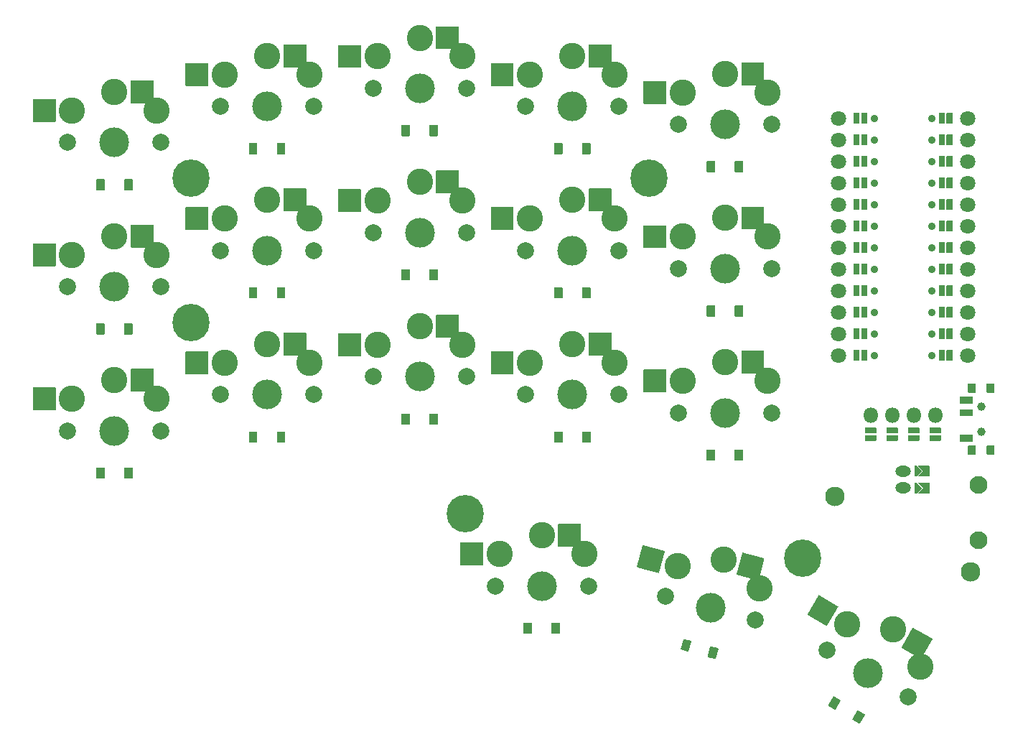
<source format=gts>
G04 #@! TF.GenerationSoftware,KiCad,Pcbnew,8.0.6+1*
G04 #@! TF.CreationDate,2024-11-30T16:17:57+00:00*
G04 #@! TF.ProjectId,corney_island_wireless_autorouted,636f726e-6579-45f6-9973-6c616e645f77,0.2*
G04 #@! TF.SameCoordinates,Original*
G04 #@! TF.FileFunction,Soldermask,Top*
G04 #@! TF.FilePolarity,Negative*
%FSLAX46Y46*%
G04 Gerber Fmt 4.6, Leading zero omitted, Abs format (unit mm)*
G04 Created by KiCad (PCBNEW 8.0.6+1) date 2024-11-30 16:17:57*
%MOMM*%
%LPD*%
G01*
G04 APERTURE LIST*
%ADD10C,2.100000*%
%ADD11C,4.400000*%
%ADD12C,2.000000*%
%ADD13C,3.100000*%
%ADD14C,3.500000*%
%ADD15C,1.800000*%
%ADD16C,0.900000*%
%ADD17C,1.000000*%
%ADD18C,2.300000*%
%ADD19O,1.850000X1.300000*%
%ADD20O,1.800000X1.800000*%
G04 APERTURE END LIST*
D10*
X201900000Y-106375000D03*
X201900000Y-112875000D03*
G36*
G01*
X138150000Y-64025000D02*
X138150000Y-65225000D01*
G75*
G02*
X138100000Y-65275000I-50000J0D01*
G01*
X137200000Y-65275000D01*
G75*
G02*
X137150000Y-65225000I0J50000D01*
G01*
X137150000Y-64025000D01*
G75*
G02*
X137200000Y-63975000I50000J0D01*
G01*
X138100000Y-63975000D01*
G75*
G02*
X138150000Y-64025000I0J-50000D01*
G01*
G37*
G36*
G01*
X134850000Y-64025000D02*
X134850000Y-65225000D01*
G75*
G02*
X134800000Y-65275000I-50000J0D01*
G01*
X133900000Y-65275000D01*
G75*
G02*
X133850000Y-65225000I0J50000D01*
G01*
X133850000Y-64025000D01*
G75*
G02*
X133900000Y-63975000I50000J0D01*
G01*
X134800000Y-63975000D01*
G75*
G02*
X134850000Y-64025000I0J-50000D01*
G01*
G37*
D11*
X109000000Y-87250000D03*
D12*
X148500000Y-78750000D03*
D13*
X149000000Y-75000000D03*
X154000000Y-72800000D03*
D14*
X154000000Y-78750000D03*
D12*
X159500000Y-78750000D03*
G36*
G01*
X155925000Y-74100000D02*
X155925000Y-71500000D01*
G75*
G02*
X155975000Y-71450000I50000J0D01*
G01*
X158575000Y-71450000D01*
G75*
G02*
X158625000Y-71500000I0J-50000D01*
G01*
X158625000Y-74100000D01*
G75*
G02*
X158575000Y-74150000I-50000J0D01*
G01*
X155975000Y-74150000D01*
G75*
G02*
X155925000Y-74100000I0J50000D01*
G01*
G37*
G36*
G01*
X144375000Y-76300000D02*
X144375000Y-73700000D01*
G75*
G02*
X144425000Y-73650000I50000J0D01*
G01*
X147025000Y-73650000D01*
G75*
G02*
X147075000Y-73700000I0J-50000D01*
G01*
X147075000Y-76300000D01*
G75*
G02*
X147025000Y-76350000I-50000J0D01*
G01*
X144425000Y-76350000D01*
G75*
G02*
X144375000Y-76300000I0J50000D01*
G01*
G37*
X130500000Y-93625000D03*
D13*
X131000000Y-89875000D03*
X136000000Y-87675000D03*
D14*
X136000000Y-93625000D03*
D12*
X141500000Y-93625000D03*
G36*
G01*
X137925000Y-88975000D02*
X137925000Y-86375000D01*
G75*
G02*
X137975000Y-86325000I50000J0D01*
G01*
X140575000Y-86325000D01*
G75*
G02*
X140625000Y-86375000I0J-50000D01*
G01*
X140625000Y-88975000D01*
G75*
G02*
X140575000Y-89025000I-50000J0D01*
G01*
X137975000Y-89025000D01*
G75*
G02*
X137925000Y-88975000I0J50000D01*
G01*
G37*
G36*
G01*
X126375000Y-91175000D02*
X126375000Y-88575000D01*
G75*
G02*
X126425000Y-88525000I50000J0D01*
G01*
X129025000Y-88525000D01*
G75*
G02*
X129075000Y-88575000I0J-50000D01*
G01*
X129075000Y-91175000D01*
G75*
G02*
X129025000Y-91225000I-50000J0D01*
G01*
X126425000Y-91225000D01*
G75*
G02*
X126375000Y-91175000I0J50000D01*
G01*
G37*
D15*
X200620000Y-63170000D03*
X200620000Y-65710000D03*
X200620000Y-68250000D03*
X200620000Y-70790000D03*
X200620000Y-73330000D03*
X200620000Y-75870000D03*
X200620000Y-78410000D03*
X200620000Y-80950000D03*
X200620000Y-83490000D03*
X200620000Y-86030000D03*
X200620000Y-88570000D03*
X200620000Y-91110000D03*
X185380000Y-91110000D03*
G36*
G01*
X187170000Y-91710000D02*
X187170000Y-90510000D01*
G75*
G02*
X187220000Y-90460000I50000J0D01*
G01*
X187820000Y-90460000D01*
G75*
G02*
X187870000Y-90510000I0J-50000D01*
G01*
X187870000Y-91710000D01*
G75*
G02*
X187820000Y-91760000I-50000J0D01*
G01*
X187220000Y-91760000D01*
G75*
G02*
X187170000Y-91710000I0J50000D01*
G01*
G37*
G36*
G01*
X198130000Y-91710000D02*
X198130000Y-90510000D01*
G75*
G02*
X198180000Y-90460000I50000J0D01*
G01*
X198780000Y-90460000D01*
G75*
G02*
X198830000Y-90510000I0J-50000D01*
G01*
X198830000Y-91710000D01*
G75*
G02*
X198780000Y-91760000I-50000J0D01*
G01*
X198180000Y-91760000D01*
G75*
G02*
X198130000Y-91710000I0J50000D01*
G01*
G37*
X185380000Y-88570000D03*
G36*
G01*
X187170000Y-89170000D02*
X187170000Y-87970000D01*
G75*
G02*
X187220000Y-87920000I50000J0D01*
G01*
X187820000Y-87920000D01*
G75*
G02*
X187870000Y-87970000I0J-50000D01*
G01*
X187870000Y-89170000D01*
G75*
G02*
X187820000Y-89220000I-50000J0D01*
G01*
X187220000Y-89220000D01*
G75*
G02*
X187170000Y-89170000I0J50000D01*
G01*
G37*
G36*
G01*
X198130000Y-89170000D02*
X198130000Y-87970000D01*
G75*
G02*
X198180000Y-87920000I50000J0D01*
G01*
X198780000Y-87920000D01*
G75*
G02*
X198830000Y-87970000I0J-50000D01*
G01*
X198830000Y-89170000D01*
G75*
G02*
X198780000Y-89220000I-50000J0D01*
G01*
X198180000Y-89220000D01*
G75*
G02*
X198130000Y-89170000I0J50000D01*
G01*
G37*
X185380000Y-86030000D03*
G36*
G01*
X187170000Y-86630000D02*
X187170000Y-85430000D01*
G75*
G02*
X187220000Y-85380000I50000J0D01*
G01*
X187820000Y-85380000D01*
G75*
G02*
X187870000Y-85430000I0J-50000D01*
G01*
X187870000Y-86630000D01*
G75*
G02*
X187820000Y-86680000I-50000J0D01*
G01*
X187220000Y-86680000D01*
G75*
G02*
X187170000Y-86630000I0J50000D01*
G01*
G37*
G36*
G01*
X198130000Y-86630000D02*
X198130000Y-85430000D01*
G75*
G02*
X198180000Y-85380000I50000J0D01*
G01*
X198780000Y-85380000D01*
G75*
G02*
X198830000Y-85430000I0J-50000D01*
G01*
X198830000Y-86630000D01*
G75*
G02*
X198780000Y-86680000I-50000J0D01*
G01*
X198180000Y-86680000D01*
G75*
G02*
X198130000Y-86630000I0J50000D01*
G01*
G37*
X185380000Y-83490000D03*
G36*
G01*
X187170000Y-84090000D02*
X187170000Y-82890000D01*
G75*
G02*
X187220000Y-82840000I50000J0D01*
G01*
X187820000Y-82840000D01*
G75*
G02*
X187870000Y-82890000I0J-50000D01*
G01*
X187870000Y-84090000D01*
G75*
G02*
X187820000Y-84140000I-50000J0D01*
G01*
X187220000Y-84140000D01*
G75*
G02*
X187170000Y-84090000I0J50000D01*
G01*
G37*
G36*
G01*
X198130000Y-84090000D02*
X198130000Y-82890000D01*
G75*
G02*
X198180000Y-82840000I50000J0D01*
G01*
X198780000Y-82840000D01*
G75*
G02*
X198830000Y-82890000I0J-50000D01*
G01*
X198830000Y-84090000D01*
G75*
G02*
X198780000Y-84140000I-50000J0D01*
G01*
X198180000Y-84140000D01*
G75*
G02*
X198130000Y-84090000I0J50000D01*
G01*
G37*
X185380000Y-80950000D03*
G36*
G01*
X187170000Y-81550000D02*
X187170000Y-80350000D01*
G75*
G02*
X187220000Y-80300000I50000J0D01*
G01*
X187820000Y-80300000D01*
G75*
G02*
X187870000Y-80350000I0J-50000D01*
G01*
X187870000Y-81550000D01*
G75*
G02*
X187820000Y-81600000I-50000J0D01*
G01*
X187220000Y-81600000D01*
G75*
G02*
X187170000Y-81550000I0J50000D01*
G01*
G37*
G36*
G01*
X198130000Y-81550000D02*
X198130000Y-80350000D01*
G75*
G02*
X198180000Y-80300000I50000J0D01*
G01*
X198780000Y-80300000D01*
G75*
G02*
X198830000Y-80350000I0J-50000D01*
G01*
X198830000Y-81550000D01*
G75*
G02*
X198780000Y-81600000I-50000J0D01*
G01*
X198180000Y-81600000D01*
G75*
G02*
X198130000Y-81550000I0J50000D01*
G01*
G37*
X185380000Y-78410000D03*
G36*
G01*
X187170000Y-79010000D02*
X187170000Y-77810000D01*
G75*
G02*
X187220000Y-77760000I50000J0D01*
G01*
X187820000Y-77760000D01*
G75*
G02*
X187870000Y-77810000I0J-50000D01*
G01*
X187870000Y-79010000D01*
G75*
G02*
X187820000Y-79060000I-50000J0D01*
G01*
X187220000Y-79060000D01*
G75*
G02*
X187170000Y-79010000I0J50000D01*
G01*
G37*
G36*
G01*
X198130000Y-79010000D02*
X198130000Y-77810000D01*
G75*
G02*
X198180000Y-77760000I50000J0D01*
G01*
X198780000Y-77760000D01*
G75*
G02*
X198830000Y-77810000I0J-50000D01*
G01*
X198830000Y-79010000D01*
G75*
G02*
X198780000Y-79060000I-50000J0D01*
G01*
X198180000Y-79060000D01*
G75*
G02*
X198130000Y-79010000I0J50000D01*
G01*
G37*
X185380000Y-75870000D03*
G36*
G01*
X187170000Y-76470000D02*
X187170000Y-75270000D01*
G75*
G02*
X187220000Y-75220000I50000J0D01*
G01*
X187820000Y-75220000D01*
G75*
G02*
X187870000Y-75270000I0J-50000D01*
G01*
X187870000Y-76470000D01*
G75*
G02*
X187820000Y-76520000I-50000J0D01*
G01*
X187220000Y-76520000D01*
G75*
G02*
X187170000Y-76470000I0J50000D01*
G01*
G37*
G36*
G01*
X198130000Y-76470000D02*
X198130000Y-75270000D01*
G75*
G02*
X198180000Y-75220000I50000J0D01*
G01*
X198780000Y-75220000D01*
G75*
G02*
X198830000Y-75270000I0J-50000D01*
G01*
X198830000Y-76470000D01*
G75*
G02*
X198780000Y-76520000I-50000J0D01*
G01*
X198180000Y-76520000D01*
G75*
G02*
X198130000Y-76470000I0J50000D01*
G01*
G37*
X185380000Y-73330000D03*
G36*
G01*
X187170000Y-73930000D02*
X187170000Y-72730000D01*
G75*
G02*
X187220000Y-72680000I50000J0D01*
G01*
X187820000Y-72680000D01*
G75*
G02*
X187870000Y-72730000I0J-50000D01*
G01*
X187870000Y-73930000D01*
G75*
G02*
X187820000Y-73980000I-50000J0D01*
G01*
X187220000Y-73980000D01*
G75*
G02*
X187170000Y-73930000I0J50000D01*
G01*
G37*
G36*
G01*
X198130000Y-73930000D02*
X198130000Y-72730000D01*
G75*
G02*
X198180000Y-72680000I50000J0D01*
G01*
X198780000Y-72680000D01*
G75*
G02*
X198830000Y-72730000I0J-50000D01*
G01*
X198830000Y-73930000D01*
G75*
G02*
X198780000Y-73980000I-50000J0D01*
G01*
X198180000Y-73980000D01*
G75*
G02*
X198130000Y-73930000I0J50000D01*
G01*
G37*
X185380000Y-70790000D03*
G36*
G01*
X187170000Y-71390000D02*
X187170000Y-70190000D01*
G75*
G02*
X187220000Y-70140000I50000J0D01*
G01*
X187820000Y-70140000D01*
G75*
G02*
X187870000Y-70190000I0J-50000D01*
G01*
X187870000Y-71390000D01*
G75*
G02*
X187820000Y-71440000I-50000J0D01*
G01*
X187220000Y-71440000D01*
G75*
G02*
X187170000Y-71390000I0J50000D01*
G01*
G37*
G36*
G01*
X198130000Y-71390000D02*
X198130000Y-70190000D01*
G75*
G02*
X198180000Y-70140000I50000J0D01*
G01*
X198780000Y-70140000D01*
G75*
G02*
X198830000Y-70190000I0J-50000D01*
G01*
X198830000Y-71390000D01*
G75*
G02*
X198780000Y-71440000I-50000J0D01*
G01*
X198180000Y-71440000D01*
G75*
G02*
X198130000Y-71390000I0J50000D01*
G01*
G37*
X185380000Y-68250000D03*
G36*
G01*
X187170000Y-68850000D02*
X187170000Y-67650000D01*
G75*
G02*
X187220000Y-67600000I50000J0D01*
G01*
X187820000Y-67600000D01*
G75*
G02*
X187870000Y-67650000I0J-50000D01*
G01*
X187870000Y-68850000D01*
G75*
G02*
X187820000Y-68900000I-50000J0D01*
G01*
X187220000Y-68900000D01*
G75*
G02*
X187170000Y-68850000I0J50000D01*
G01*
G37*
G36*
G01*
X198130000Y-68850000D02*
X198130000Y-67650000D01*
G75*
G02*
X198180000Y-67600000I50000J0D01*
G01*
X198780000Y-67600000D01*
G75*
G02*
X198830000Y-67650000I0J-50000D01*
G01*
X198830000Y-68850000D01*
G75*
G02*
X198780000Y-68900000I-50000J0D01*
G01*
X198180000Y-68900000D01*
G75*
G02*
X198130000Y-68850000I0J50000D01*
G01*
G37*
X185380000Y-65710000D03*
G36*
G01*
X187170000Y-66310000D02*
X187170000Y-65110000D01*
G75*
G02*
X187220000Y-65060000I50000J0D01*
G01*
X187820000Y-65060000D01*
G75*
G02*
X187870000Y-65110000I0J-50000D01*
G01*
X187870000Y-66310000D01*
G75*
G02*
X187820000Y-66360000I-50000J0D01*
G01*
X187220000Y-66360000D01*
G75*
G02*
X187170000Y-66310000I0J50000D01*
G01*
G37*
G36*
G01*
X198130000Y-66310000D02*
X198130000Y-65110000D01*
G75*
G02*
X198180000Y-65060000I50000J0D01*
G01*
X198780000Y-65060000D01*
G75*
G02*
X198830000Y-65110000I0J-50000D01*
G01*
X198830000Y-66310000D01*
G75*
G02*
X198780000Y-66360000I-50000J0D01*
G01*
X198180000Y-66360000D01*
G75*
G02*
X198130000Y-66310000I0J50000D01*
G01*
G37*
X185380000Y-63170000D03*
G36*
G01*
X187170000Y-63770000D02*
X187170000Y-62570000D01*
G75*
G02*
X187220000Y-62520000I50000J0D01*
G01*
X187820000Y-62520000D01*
G75*
G02*
X187870000Y-62570000I0J-50000D01*
G01*
X187870000Y-63770000D01*
G75*
G02*
X187820000Y-63820000I-50000J0D01*
G01*
X187220000Y-63820000D01*
G75*
G02*
X187170000Y-63770000I0J50000D01*
G01*
G37*
G36*
G01*
X198130000Y-63770000D02*
X198130000Y-62570000D01*
G75*
G02*
X198180000Y-62520000I50000J0D01*
G01*
X198780000Y-62520000D01*
G75*
G02*
X198830000Y-62570000I0J-50000D01*
G01*
X198830000Y-63770000D01*
G75*
G02*
X198780000Y-63820000I-50000J0D01*
G01*
X198180000Y-63820000D01*
G75*
G02*
X198130000Y-63770000I0J50000D01*
G01*
G37*
D16*
X196400000Y-63170000D03*
G36*
G01*
X197230000Y-63770000D02*
X197230000Y-62570000D01*
G75*
G02*
X197280000Y-62520000I50000J0D01*
G01*
X197880000Y-62520000D01*
G75*
G02*
X197930000Y-62570000I0J-50000D01*
G01*
X197930000Y-63770000D01*
G75*
G02*
X197880000Y-63820000I-50000J0D01*
G01*
X197280000Y-63820000D01*
G75*
G02*
X197230000Y-63770000I0J50000D01*
G01*
G37*
X196400000Y-65710000D03*
G36*
G01*
X197230000Y-66310000D02*
X197230000Y-65110000D01*
G75*
G02*
X197280000Y-65060000I50000J0D01*
G01*
X197880000Y-65060000D01*
G75*
G02*
X197930000Y-65110000I0J-50000D01*
G01*
X197930000Y-66310000D01*
G75*
G02*
X197880000Y-66360000I-50000J0D01*
G01*
X197280000Y-66360000D01*
G75*
G02*
X197230000Y-66310000I0J50000D01*
G01*
G37*
X196400000Y-68250000D03*
G36*
G01*
X197230000Y-68850000D02*
X197230000Y-67650000D01*
G75*
G02*
X197280000Y-67600000I50000J0D01*
G01*
X197880000Y-67600000D01*
G75*
G02*
X197930000Y-67650000I0J-50000D01*
G01*
X197930000Y-68850000D01*
G75*
G02*
X197880000Y-68900000I-50000J0D01*
G01*
X197280000Y-68900000D01*
G75*
G02*
X197230000Y-68850000I0J50000D01*
G01*
G37*
X196400000Y-70790000D03*
G36*
G01*
X197230000Y-71390000D02*
X197230000Y-70190000D01*
G75*
G02*
X197280000Y-70140000I50000J0D01*
G01*
X197880000Y-70140000D01*
G75*
G02*
X197930000Y-70190000I0J-50000D01*
G01*
X197930000Y-71390000D01*
G75*
G02*
X197880000Y-71440000I-50000J0D01*
G01*
X197280000Y-71440000D01*
G75*
G02*
X197230000Y-71390000I0J50000D01*
G01*
G37*
X196400000Y-73330000D03*
G36*
G01*
X197230000Y-73930000D02*
X197230000Y-72730000D01*
G75*
G02*
X197280000Y-72680000I50000J0D01*
G01*
X197880000Y-72680000D01*
G75*
G02*
X197930000Y-72730000I0J-50000D01*
G01*
X197930000Y-73930000D01*
G75*
G02*
X197880000Y-73980000I-50000J0D01*
G01*
X197280000Y-73980000D01*
G75*
G02*
X197230000Y-73930000I0J50000D01*
G01*
G37*
X196400000Y-75870000D03*
G36*
G01*
X197230000Y-76470000D02*
X197230000Y-75270000D01*
G75*
G02*
X197280000Y-75220000I50000J0D01*
G01*
X197880000Y-75220000D01*
G75*
G02*
X197930000Y-75270000I0J-50000D01*
G01*
X197930000Y-76470000D01*
G75*
G02*
X197880000Y-76520000I-50000J0D01*
G01*
X197280000Y-76520000D01*
G75*
G02*
X197230000Y-76470000I0J50000D01*
G01*
G37*
X196400000Y-78410000D03*
G36*
G01*
X197230000Y-79010000D02*
X197230000Y-77810000D01*
G75*
G02*
X197280000Y-77760000I50000J0D01*
G01*
X197880000Y-77760000D01*
G75*
G02*
X197930000Y-77810000I0J-50000D01*
G01*
X197930000Y-79010000D01*
G75*
G02*
X197880000Y-79060000I-50000J0D01*
G01*
X197280000Y-79060000D01*
G75*
G02*
X197230000Y-79010000I0J50000D01*
G01*
G37*
X196400000Y-80950000D03*
G36*
G01*
X197230000Y-81550000D02*
X197230000Y-80350000D01*
G75*
G02*
X197280000Y-80300000I50000J0D01*
G01*
X197880000Y-80300000D01*
G75*
G02*
X197930000Y-80350000I0J-50000D01*
G01*
X197930000Y-81550000D01*
G75*
G02*
X197880000Y-81600000I-50000J0D01*
G01*
X197280000Y-81600000D01*
G75*
G02*
X197230000Y-81550000I0J50000D01*
G01*
G37*
X196400000Y-83490000D03*
G36*
G01*
X197230000Y-84090000D02*
X197230000Y-82890000D01*
G75*
G02*
X197280000Y-82840000I50000J0D01*
G01*
X197880000Y-82840000D01*
G75*
G02*
X197930000Y-82890000I0J-50000D01*
G01*
X197930000Y-84090000D01*
G75*
G02*
X197880000Y-84140000I-50000J0D01*
G01*
X197280000Y-84140000D01*
G75*
G02*
X197230000Y-84090000I0J50000D01*
G01*
G37*
X196400000Y-86030000D03*
G36*
G01*
X197230000Y-86630000D02*
X197230000Y-85430000D01*
G75*
G02*
X197280000Y-85380000I50000J0D01*
G01*
X197880000Y-85380000D01*
G75*
G02*
X197930000Y-85430000I0J-50000D01*
G01*
X197930000Y-86630000D01*
G75*
G02*
X197880000Y-86680000I-50000J0D01*
G01*
X197280000Y-86680000D01*
G75*
G02*
X197230000Y-86630000I0J50000D01*
G01*
G37*
X196400000Y-88570000D03*
G36*
G01*
X197230000Y-89170000D02*
X197230000Y-87970000D01*
G75*
G02*
X197280000Y-87920000I50000J0D01*
G01*
X197880000Y-87920000D01*
G75*
G02*
X197930000Y-87970000I0J-50000D01*
G01*
X197930000Y-89170000D01*
G75*
G02*
X197880000Y-89220000I-50000J0D01*
G01*
X197280000Y-89220000D01*
G75*
G02*
X197230000Y-89170000I0J50000D01*
G01*
G37*
X196400000Y-91110000D03*
G36*
G01*
X197230000Y-91710000D02*
X197230000Y-90510000D01*
G75*
G02*
X197280000Y-90460000I50000J0D01*
G01*
X197880000Y-90460000D01*
G75*
G02*
X197930000Y-90510000I0J-50000D01*
G01*
X197930000Y-91710000D01*
G75*
G02*
X197880000Y-91760000I-50000J0D01*
G01*
X197280000Y-91760000D01*
G75*
G02*
X197230000Y-91710000I0J50000D01*
G01*
G37*
G36*
G01*
X188070000Y-91710000D02*
X188070000Y-90510000D01*
G75*
G02*
X188120000Y-90460000I50000J0D01*
G01*
X188720000Y-90460000D01*
G75*
G02*
X188770000Y-90510000I0J-50000D01*
G01*
X188770000Y-91710000D01*
G75*
G02*
X188720000Y-91760000I-50000J0D01*
G01*
X188120000Y-91760000D01*
G75*
G02*
X188070000Y-91710000I0J50000D01*
G01*
G37*
X189600000Y-91110000D03*
G36*
G01*
X188070000Y-89170000D02*
X188070000Y-87970000D01*
G75*
G02*
X188120000Y-87920000I50000J0D01*
G01*
X188720000Y-87920000D01*
G75*
G02*
X188770000Y-87970000I0J-50000D01*
G01*
X188770000Y-89170000D01*
G75*
G02*
X188720000Y-89220000I-50000J0D01*
G01*
X188120000Y-89220000D01*
G75*
G02*
X188070000Y-89170000I0J50000D01*
G01*
G37*
X189600000Y-88570000D03*
G36*
G01*
X188070000Y-86630000D02*
X188070000Y-85430000D01*
G75*
G02*
X188120000Y-85380000I50000J0D01*
G01*
X188720000Y-85380000D01*
G75*
G02*
X188770000Y-85430000I0J-50000D01*
G01*
X188770000Y-86630000D01*
G75*
G02*
X188720000Y-86680000I-50000J0D01*
G01*
X188120000Y-86680000D01*
G75*
G02*
X188070000Y-86630000I0J50000D01*
G01*
G37*
X189600000Y-86030000D03*
G36*
G01*
X188070000Y-84090000D02*
X188070000Y-82890000D01*
G75*
G02*
X188120000Y-82840000I50000J0D01*
G01*
X188720000Y-82840000D01*
G75*
G02*
X188770000Y-82890000I0J-50000D01*
G01*
X188770000Y-84090000D01*
G75*
G02*
X188720000Y-84140000I-50000J0D01*
G01*
X188120000Y-84140000D01*
G75*
G02*
X188070000Y-84090000I0J50000D01*
G01*
G37*
X189600000Y-83490000D03*
G36*
G01*
X188070000Y-81550000D02*
X188070000Y-80350000D01*
G75*
G02*
X188120000Y-80300000I50000J0D01*
G01*
X188720000Y-80300000D01*
G75*
G02*
X188770000Y-80350000I0J-50000D01*
G01*
X188770000Y-81550000D01*
G75*
G02*
X188720000Y-81600000I-50000J0D01*
G01*
X188120000Y-81600000D01*
G75*
G02*
X188070000Y-81550000I0J50000D01*
G01*
G37*
X189600000Y-80950000D03*
G36*
G01*
X188070000Y-79010000D02*
X188070000Y-77810000D01*
G75*
G02*
X188120000Y-77760000I50000J0D01*
G01*
X188720000Y-77760000D01*
G75*
G02*
X188770000Y-77810000I0J-50000D01*
G01*
X188770000Y-79010000D01*
G75*
G02*
X188720000Y-79060000I-50000J0D01*
G01*
X188120000Y-79060000D01*
G75*
G02*
X188070000Y-79010000I0J50000D01*
G01*
G37*
X189600000Y-78410000D03*
G36*
G01*
X188070000Y-76470000D02*
X188070000Y-75270000D01*
G75*
G02*
X188120000Y-75220000I50000J0D01*
G01*
X188720000Y-75220000D01*
G75*
G02*
X188770000Y-75270000I0J-50000D01*
G01*
X188770000Y-76470000D01*
G75*
G02*
X188720000Y-76520000I-50000J0D01*
G01*
X188120000Y-76520000D01*
G75*
G02*
X188070000Y-76470000I0J50000D01*
G01*
G37*
X189600000Y-75870000D03*
G36*
G01*
X188070000Y-73930000D02*
X188070000Y-72730000D01*
G75*
G02*
X188120000Y-72680000I50000J0D01*
G01*
X188720000Y-72680000D01*
G75*
G02*
X188770000Y-72730000I0J-50000D01*
G01*
X188770000Y-73930000D01*
G75*
G02*
X188720000Y-73980000I-50000J0D01*
G01*
X188120000Y-73980000D01*
G75*
G02*
X188070000Y-73930000I0J50000D01*
G01*
G37*
X189600000Y-73330000D03*
G36*
G01*
X188070000Y-71390000D02*
X188070000Y-70190000D01*
G75*
G02*
X188120000Y-70140000I50000J0D01*
G01*
X188720000Y-70140000D01*
G75*
G02*
X188770000Y-70190000I0J-50000D01*
G01*
X188770000Y-71390000D01*
G75*
G02*
X188720000Y-71440000I-50000J0D01*
G01*
X188120000Y-71440000D01*
G75*
G02*
X188070000Y-71390000I0J50000D01*
G01*
G37*
X189600000Y-70790000D03*
G36*
G01*
X188070000Y-68850000D02*
X188070000Y-67650000D01*
G75*
G02*
X188120000Y-67600000I50000J0D01*
G01*
X188720000Y-67600000D01*
G75*
G02*
X188770000Y-67650000I0J-50000D01*
G01*
X188770000Y-68850000D01*
G75*
G02*
X188720000Y-68900000I-50000J0D01*
G01*
X188120000Y-68900000D01*
G75*
G02*
X188070000Y-68850000I0J50000D01*
G01*
G37*
X189600000Y-68250000D03*
G36*
G01*
X188070000Y-66310000D02*
X188070000Y-65110000D01*
G75*
G02*
X188120000Y-65060000I50000J0D01*
G01*
X188720000Y-65060000D01*
G75*
G02*
X188770000Y-65110000I0J-50000D01*
G01*
X188770000Y-66310000D01*
G75*
G02*
X188720000Y-66360000I-50000J0D01*
G01*
X188120000Y-66360000D01*
G75*
G02*
X188070000Y-66310000I0J50000D01*
G01*
G37*
X189600000Y-65710000D03*
G36*
G01*
X188070000Y-63770000D02*
X188070000Y-62570000D01*
G75*
G02*
X188120000Y-62520000I50000J0D01*
G01*
X188720000Y-62520000D01*
G75*
G02*
X188770000Y-62570000I0J-50000D01*
G01*
X188770000Y-63770000D01*
G75*
G02*
X188720000Y-63820000I-50000J0D01*
G01*
X188120000Y-63820000D01*
G75*
G02*
X188070000Y-63770000I0J50000D01*
G01*
G37*
X189600000Y-63170000D03*
G36*
G01*
X174150000Y-85275000D02*
X174150000Y-86475000D01*
G75*
G02*
X174100000Y-86525000I-50000J0D01*
G01*
X173200000Y-86525000D01*
G75*
G02*
X173150000Y-86475000I0J50000D01*
G01*
X173150000Y-85275000D01*
G75*
G02*
X173200000Y-85225000I50000J0D01*
G01*
X174100000Y-85225000D01*
G75*
G02*
X174150000Y-85275000I0J-50000D01*
G01*
G37*
G36*
G01*
X170850000Y-85275000D02*
X170850000Y-86475000D01*
G75*
G02*
X170800000Y-86525000I-50000J0D01*
G01*
X169900000Y-86525000D01*
G75*
G02*
X169850000Y-86475000I0J50000D01*
G01*
X169850000Y-85275000D01*
G75*
G02*
X169900000Y-85225000I50000J0D01*
G01*
X170800000Y-85225000D01*
G75*
G02*
X170850000Y-85275000I0J-50000D01*
G01*
G37*
G36*
G01*
X156150000Y-66150000D02*
X156150000Y-67350000D01*
G75*
G02*
X156100000Y-67400000I-50000J0D01*
G01*
X155200000Y-67400000D01*
G75*
G02*
X155150000Y-67350000I0J50000D01*
G01*
X155150000Y-66150000D01*
G75*
G02*
X155200000Y-66100000I50000J0D01*
G01*
X156100000Y-66100000D01*
G75*
G02*
X156150000Y-66150000I0J-50000D01*
G01*
G37*
G36*
G01*
X152850000Y-66150000D02*
X152850000Y-67350000D01*
G75*
G02*
X152800000Y-67400000I-50000J0D01*
G01*
X151900000Y-67400000D01*
G75*
G02*
X151850000Y-67350000I0J50000D01*
G01*
X151850000Y-66150000D01*
G75*
G02*
X151900000Y-66100000I50000J0D01*
G01*
X152800000Y-66100000D01*
G75*
G02*
X152850000Y-66150000I0J-50000D01*
G01*
G37*
D12*
X94500000Y-66000000D03*
D13*
X95000000Y-62250000D03*
X100000000Y-60050000D03*
D14*
X100000000Y-66000000D03*
D12*
X105500000Y-66000000D03*
G36*
G01*
X101925000Y-61350000D02*
X101925000Y-58750000D01*
G75*
G02*
X101975000Y-58700000I50000J0D01*
G01*
X104575000Y-58700000D01*
G75*
G02*
X104625000Y-58750000I0J-50000D01*
G01*
X104625000Y-61350000D01*
G75*
G02*
X104575000Y-61400000I-50000J0D01*
G01*
X101975000Y-61400000D01*
G75*
G02*
X101925000Y-61350000I0J50000D01*
G01*
G37*
G36*
G01*
X90375000Y-63550000D02*
X90375000Y-60950000D01*
G75*
G02*
X90425000Y-60900000I50000J0D01*
G01*
X93025000Y-60900000D01*
G75*
G02*
X93075000Y-60950000I0J-50000D01*
G01*
X93075000Y-63550000D01*
G75*
G02*
X93025000Y-63600000I-50000J0D01*
G01*
X90425000Y-63600000D01*
G75*
G02*
X90375000Y-63550000I0J50000D01*
G01*
G37*
G36*
G01*
X102150000Y-104400000D02*
X102150000Y-105600000D01*
G75*
G02*
X102100000Y-105650000I-50000J0D01*
G01*
X101200000Y-105650000D01*
G75*
G02*
X101150000Y-105600000I0J50000D01*
G01*
X101150000Y-104400000D01*
G75*
G02*
X101200000Y-104350000I50000J0D01*
G01*
X102100000Y-104350000D01*
G75*
G02*
X102150000Y-104400000I0J-50000D01*
G01*
G37*
G36*
G01*
X98850000Y-104400000D02*
X98850000Y-105600000D01*
G75*
G02*
X98800000Y-105650000I-50000J0D01*
G01*
X97900000Y-105650000D01*
G75*
G02*
X97850000Y-105600000I0J50000D01*
G01*
X97850000Y-104400000D01*
G75*
G02*
X97900000Y-104350000I50000J0D01*
G01*
X98800000Y-104350000D01*
G75*
G02*
X98850000Y-104400000I0J-50000D01*
G01*
G37*
G36*
G01*
X138150000Y-81025000D02*
X138150000Y-82225000D01*
G75*
G02*
X138100000Y-82275000I-50000J0D01*
G01*
X137200000Y-82275000D01*
G75*
G02*
X137150000Y-82225000I0J50000D01*
G01*
X137150000Y-81025000D01*
G75*
G02*
X137200000Y-80975000I50000J0D01*
G01*
X138100000Y-80975000D01*
G75*
G02*
X138150000Y-81025000I0J-50000D01*
G01*
G37*
G36*
G01*
X134850000Y-81025000D02*
X134850000Y-82225000D01*
G75*
G02*
X134800000Y-82275000I-50000J0D01*
G01*
X133900000Y-82275000D01*
G75*
G02*
X133850000Y-82225000I0J50000D01*
G01*
X133850000Y-81025000D01*
G75*
G02*
X133900000Y-80975000I50000J0D01*
G01*
X134800000Y-80975000D01*
G75*
G02*
X134850000Y-81025000I0J-50000D01*
G01*
G37*
X184067760Y-125822500D03*
D13*
X186375773Y-122824905D03*
X191805900Y-123419649D03*
D14*
X188830900Y-128572500D03*
D12*
X193594040Y-131322500D03*
G36*
G01*
X192822999Y-125507982D02*
X194122999Y-123256316D01*
G75*
G02*
X194191300Y-123238015I43301J-25000D01*
G01*
X196442966Y-124538015D01*
G75*
G02*
X196461267Y-124606316I-25000J-43301D01*
G01*
X195161267Y-126857982D01*
G75*
G02*
X195092966Y-126876283I-43301J25000D01*
G01*
X192841300Y-125576283D01*
G75*
G02*
X192822999Y-125507982I25000J43301D01*
G01*
G37*
G36*
G01*
X181720406Y-121638238D02*
X183020406Y-119386572D01*
G75*
G02*
X183088707Y-119368271I43301J-25000D01*
G01*
X185340373Y-120668271D01*
G75*
G02*
X185358674Y-120736572I-25000J-43301D01*
G01*
X184058674Y-122988238D01*
G75*
G02*
X183990373Y-123006539I-43301J25000D01*
G01*
X181738707Y-121706539D01*
G75*
G02*
X181720406Y-121638238I25000J43301D01*
G01*
G37*
X112500000Y-95750000D03*
D13*
X113000000Y-92000000D03*
X118000000Y-89800000D03*
D14*
X118000000Y-95750000D03*
D12*
X123500000Y-95750000D03*
G36*
G01*
X119925000Y-91100000D02*
X119925000Y-88500000D01*
G75*
G02*
X119975000Y-88450000I50000J0D01*
G01*
X122575000Y-88450000D01*
G75*
G02*
X122625000Y-88500000I0J-50000D01*
G01*
X122625000Y-91100000D01*
G75*
G02*
X122575000Y-91150000I-50000J0D01*
G01*
X119975000Y-91150000D01*
G75*
G02*
X119925000Y-91100000I0J50000D01*
G01*
G37*
G36*
G01*
X108375000Y-93300000D02*
X108375000Y-90700000D01*
G75*
G02*
X108425000Y-90650000I50000J0D01*
G01*
X111025000Y-90650000D01*
G75*
G02*
X111075000Y-90700000I0J-50000D01*
G01*
X111075000Y-93300000D01*
G75*
G02*
X111025000Y-93350000I-50000J0D01*
G01*
X108425000Y-93350000D01*
G75*
G02*
X108375000Y-93300000I0J50000D01*
G01*
G37*
D11*
X163000000Y-70250000D03*
X141400000Y-109775000D03*
D12*
X166500000Y-97875000D03*
D13*
X167000000Y-94125000D03*
X172000000Y-91925000D03*
D14*
X172000000Y-97875000D03*
D12*
X177500000Y-97875000D03*
G36*
G01*
X173925000Y-93225000D02*
X173925000Y-90625000D01*
G75*
G02*
X173975000Y-90575000I50000J0D01*
G01*
X176575000Y-90575000D01*
G75*
G02*
X176625000Y-90625000I0J-50000D01*
G01*
X176625000Y-93225000D01*
G75*
G02*
X176575000Y-93275000I-50000J0D01*
G01*
X173975000Y-93275000D01*
G75*
G02*
X173925000Y-93225000I0J50000D01*
G01*
G37*
G36*
G01*
X162375000Y-95425000D02*
X162375000Y-92825000D01*
G75*
G02*
X162425000Y-92775000I50000J0D01*
G01*
X165025000Y-92775000D01*
G75*
G02*
X165075000Y-92825000I0J-50000D01*
G01*
X165075000Y-95425000D01*
G75*
G02*
X165025000Y-95475000I-50000J0D01*
G01*
X162425000Y-95475000D01*
G75*
G02*
X162375000Y-95425000I0J50000D01*
G01*
G37*
G36*
G01*
X174150000Y-68275000D02*
X174150000Y-69475000D01*
G75*
G02*
X174100000Y-69525000I-50000J0D01*
G01*
X173200000Y-69525000D01*
G75*
G02*
X173150000Y-69475000I0J50000D01*
G01*
X173150000Y-68275000D01*
G75*
G02*
X173200000Y-68225000I50000J0D01*
G01*
X174100000Y-68225000D01*
G75*
G02*
X174150000Y-68275000I0J-50000D01*
G01*
G37*
G36*
G01*
X170850000Y-68275000D02*
X170850000Y-69475000D01*
G75*
G02*
X170800000Y-69525000I-50000J0D01*
G01*
X169900000Y-69525000D01*
G75*
G02*
X169850000Y-69475000I0J50000D01*
G01*
X169850000Y-68275000D01*
G75*
G02*
X169900000Y-68225000I50000J0D01*
G01*
X170800000Y-68225000D01*
G75*
G02*
X170850000Y-68275000I0J-50000D01*
G01*
G37*
G36*
G01*
X201515000Y-95525000D02*
X200715000Y-95525000D01*
G75*
G02*
X200665000Y-95475000I0J50000D01*
G01*
X200665000Y-94475000D01*
G75*
G02*
X200715000Y-94425000I50000J0D01*
G01*
X201515000Y-94425000D01*
G75*
G02*
X201565000Y-94475000I0J-50000D01*
G01*
X201565000Y-95475000D01*
G75*
G02*
X201515000Y-95525000I-50000J0D01*
G01*
G37*
G36*
G01*
X201515000Y-102825000D02*
X200715000Y-102825000D01*
G75*
G02*
X200665000Y-102775000I0J50000D01*
G01*
X200665000Y-101775000D01*
G75*
G02*
X200715000Y-101725000I50000J0D01*
G01*
X201515000Y-101725000D01*
G75*
G02*
X201565000Y-101775000I0J-50000D01*
G01*
X201565000Y-102775000D01*
G75*
G02*
X201515000Y-102825000I-50000J0D01*
G01*
G37*
D17*
X202225000Y-97125000D03*
X202225000Y-100125000D03*
G36*
G01*
X203725000Y-95525000D02*
X202925000Y-95525000D01*
G75*
G02*
X202875000Y-95475000I0J50000D01*
G01*
X202875000Y-94475000D01*
G75*
G02*
X202925000Y-94425000I50000J0D01*
G01*
X203725000Y-94425000D01*
G75*
G02*
X203775000Y-94475000I0J-50000D01*
G01*
X203775000Y-95475000D01*
G75*
G02*
X203725000Y-95525000I-50000J0D01*
G01*
G37*
G36*
G01*
X203725000Y-102825000D02*
X202925000Y-102825000D01*
G75*
G02*
X202875000Y-102775000I0J50000D01*
G01*
X202875000Y-101775000D01*
G75*
G02*
X202925000Y-101725000I50000J0D01*
G01*
X203725000Y-101725000D01*
G75*
G02*
X203775000Y-101775000I0J-50000D01*
G01*
X203775000Y-102775000D01*
G75*
G02*
X203725000Y-102825000I-50000J0D01*
G01*
G37*
G36*
G01*
X201215000Y-101275000D02*
X199715000Y-101275000D01*
G75*
G02*
X199665000Y-101225000I0J50000D01*
G01*
X199665000Y-100525000D01*
G75*
G02*
X199715000Y-100475000I50000J0D01*
G01*
X201215000Y-100475000D01*
G75*
G02*
X201265000Y-100525000I0J-50000D01*
G01*
X201265000Y-101225000D01*
G75*
G02*
X201215000Y-101275000I-50000J0D01*
G01*
G37*
G36*
G01*
X201215000Y-98275000D02*
X199715000Y-98275000D01*
G75*
G02*
X199665000Y-98225000I0J50000D01*
G01*
X199665000Y-97525000D01*
G75*
G02*
X199715000Y-97475000I50000J0D01*
G01*
X201215000Y-97475000D01*
G75*
G02*
X201265000Y-97525000I0J-50000D01*
G01*
X201265000Y-98225000D01*
G75*
G02*
X201215000Y-98275000I-50000J0D01*
G01*
G37*
G36*
G01*
X201215000Y-96775000D02*
X199715000Y-96775000D01*
G75*
G02*
X199665000Y-96725000I0J50000D01*
G01*
X199665000Y-96025000D01*
G75*
G02*
X199715000Y-95975000I50000J0D01*
G01*
X201215000Y-95975000D01*
G75*
G02*
X201265000Y-96025000I0J-50000D01*
G01*
X201265000Y-96725000D01*
G75*
G02*
X201215000Y-96775000I-50000J0D01*
G01*
G37*
D12*
X130500000Y-76625000D03*
D13*
X131000000Y-72875000D03*
X136000000Y-70675000D03*
D14*
X136000000Y-76625000D03*
D12*
X141500000Y-76625000D03*
G36*
G01*
X137925000Y-71975000D02*
X137925000Y-69375000D01*
G75*
G02*
X137975000Y-69325000I50000J0D01*
G01*
X140575000Y-69325000D01*
G75*
G02*
X140625000Y-69375000I0J-50000D01*
G01*
X140625000Y-71975000D01*
G75*
G02*
X140575000Y-72025000I-50000J0D01*
G01*
X137975000Y-72025000D01*
G75*
G02*
X137925000Y-71975000I0J50000D01*
G01*
G37*
G36*
G01*
X126375000Y-74175000D02*
X126375000Y-71575000D01*
G75*
G02*
X126425000Y-71525000I50000J0D01*
G01*
X129025000Y-71525000D01*
G75*
G02*
X129075000Y-71575000I0J-50000D01*
G01*
X129075000Y-74175000D01*
G75*
G02*
X129025000Y-74225000I-50000J0D01*
G01*
X126425000Y-74225000D01*
G75*
G02*
X126375000Y-74175000I0J50000D01*
G01*
G37*
G36*
G01*
X102150000Y-87400000D02*
X102150000Y-88600000D01*
G75*
G02*
X102100000Y-88650000I-50000J0D01*
G01*
X101200000Y-88650000D01*
G75*
G02*
X101150000Y-88600000I0J50000D01*
G01*
X101150000Y-87400000D01*
G75*
G02*
X101200000Y-87350000I50000J0D01*
G01*
X102100000Y-87350000D01*
G75*
G02*
X102150000Y-87400000I0J-50000D01*
G01*
G37*
G36*
G01*
X98850000Y-87400000D02*
X98850000Y-88600000D01*
G75*
G02*
X98800000Y-88650000I-50000J0D01*
G01*
X97900000Y-88650000D01*
G75*
G02*
X97850000Y-88600000I0J50000D01*
G01*
X97850000Y-87400000D01*
G75*
G02*
X97900000Y-87350000I50000J0D01*
G01*
X98800000Y-87350000D01*
G75*
G02*
X98850000Y-87400000I0J-50000D01*
G01*
G37*
X166500000Y-80875000D03*
D13*
X167000000Y-77125000D03*
X172000000Y-74925000D03*
D14*
X172000000Y-80875000D03*
D12*
X177500000Y-80875000D03*
G36*
G01*
X173925000Y-76225000D02*
X173925000Y-73625000D01*
G75*
G02*
X173975000Y-73575000I50000J0D01*
G01*
X176575000Y-73575000D01*
G75*
G02*
X176625000Y-73625000I0J-50000D01*
G01*
X176625000Y-76225000D01*
G75*
G02*
X176575000Y-76275000I-50000J0D01*
G01*
X173975000Y-76275000D01*
G75*
G02*
X173925000Y-76225000I0J50000D01*
G01*
G37*
G36*
G01*
X162375000Y-78425000D02*
X162375000Y-75825000D01*
G75*
G02*
X162425000Y-75775000I50000J0D01*
G01*
X165025000Y-75775000D01*
G75*
G02*
X165075000Y-75825000I0J-50000D01*
G01*
X165075000Y-78425000D01*
G75*
G02*
X165025000Y-78475000I-50000J0D01*
G01*
X162425000Y-78475000D01*
G75*
G02*
X162375000Y-78425000I0J50000D01*
G01*
G37*
G36*
G01*
X102150000Y-70400000D02*
X102150000Y-71600000D01*
G75*
G02*
X102100000Y-71650000I-50000J0D01*
G01*
X101200000Y-71650000D01*
G75*
G02*
X101150000Y-71600000I0J50000D01*
G01*
X101150000Y-70400000D01*
G75*
G02*
X101200000Y-70350000I50000J0D01*
G01*
X102100000Y-70350000D01*
G75*
G02*
X102150000Y-70400000I0J-50000D01*
G01*
G37*
G36*
G01*
X98850000Y-70400000D02*
X98850000Y-71600000D01*
G75*
G02*
X98800000Y-71650000I-50000J0D01*
G01*
X97900000Y-71650000D01*
G75*
G02*
X97850000Y-71600000I0J50000D01*
G01*
X97850000Y-70400000D01*
G75*
G02*
X97900000Y-70350000I50000J0D01*
G01*
X98800000Y-70350000D01*
G75*
G02*
X98850000Y-70400000I0J-50000D01*
G01*
G37*
G36*
G01*
X174150000Y-102275000D02*
X174150000Y-103475000D01*
G75*
G02*
X174100000Y-103525000I-50000J0D01*
G01*
X173200000Y-103525000D01*
G75*
G02*
X173150000Y-103475000I0J50000D01*
G01*
X173150000Y-102275000D01*
G75*
G02*
X173200000Y-102225000I50000J0D01*
G01*
X174100000Y-102225000D01*
G75*
G02*
X174150000Y-102275000I0J-50000D01*
G01*
G37*
G36*
G01*
X170850000Y-102275000D02*
X170850000Y-103475000D01*
G75*
G02*
X170800000Y-103525000I-50000J0D01*
G01*
X169900000Y-103525000D01*
G75*
G02*
X169850000Y-103475000I0J50000D01*
G01*
X169850000Y-102275000D01*
G75*
G02*
X169900000Y-102225000I50000J0D01*
G01*
X170800000Y-102225000D01*
G75*
G02*
X170850000Y-102275000I0J-50000D01*
G01*
G37*
G36*
G01*
X188492854Y-133458085D02*
X187892854Y-134497315D01*
G75*
G02*
X187824553Y-134515616I-43301J25000D01*
G01*
X187045131Y-134065616D01*
G75*
G02*
X187026830Y-133997315I25000J43301D01*
G01*
X187626830Y-132958085D01*
G75*
G02*
X187695131Y-132939784I43301J-25000D01*
G01*
X188474553Y-133389784D01*
G75*
G02*
X188492854Y-133458085I-25000J-43301D01*
G01*
G37*
G36*
G01*
X185634970Y-131808085D02*
X185034970Y-132847315D01*
G75*
G02*
X184966669Y-132865616I-43301J25000D01*
G01*
X184187247Y-132415616D01*
G75*
G02*
X184168946Y-132347315I25000J43301D01*
G01*
X184768946Y-131308085D01*
G75*
G02*
X184837247Y-131289784I43301J-25000D01*
G01*
X185616669Y-131739784D01*
G75*
G02*
X185634970Y-131808085I-25000J-43301D01*
G01*
G37*
G36*
G01*
X156150000Y-100150000D02*
X156150000Y-101350000D01*
G75*
G02*
X156100000Y-101400000I-50000J0D01*
G01*
X155200000Y-101400000D01*
G75*
G02*
X155150000Y-101350000I0J50000D01*
G01*
X155150000Y-100150000D01*
G75*
G02*
X155200000Y-100100000I50000J0D01*
G01*
X156100000Y-100100000D01*
G75*
G02*
X156150000Y-100150000I0J-50000D01*
G01*
G37*
G36*
G01*
X152850000Y-100150000D02*
X152850000Y-101350000D01*
G75*
G02*
X152800000Y-101400000I-50000J0D01*
G01*
X151900000Y-101400000D01*
G75*
G02*
X151850000Y-101350000I0J50000D01*
G01*
X151850000Y-100150000D01*
G75*
G02*
X151900000Y-100100000I50000J0D01*
G01*
X152800000Y-100100000D01*
G75*
G02*
X152850000Y-100150000I0J-50000D01*
G01*
G37*
G36*
G01*
X156150000Y-83150000D02*
X156150000Y-84350000D01*
G75*
G02*
X156100000Y-84400000I-50000J0D01*
G01*
X155200000Y-84400000D01*
G75*
G02*
X155150000Y-84350000I0J50000D01*
G01*
X155150000Y-83150000D01*
G75*
G02*
X155200000Y-83100000I50000J0D01*
G01*
X156100000Y-83100000D01*
G75*
G02*
X156150000Y-83150000I0J-50000D01*
G01*
G37*
G36*
G01*
X152850000Y-83150000D02*
X152850000Y-84350000D01*
G75*
G02*
X152800000Y-84400000I-50000J0D01*
G01*
X151900000Y-84400000D01*
G75*
G02*
X151850000Y-84350000I0J50000D01*
G01*
X151850000Y-83150000D01*
G75*
G02*
X151900000Y-83100000I50000J0D01*
G01*
X152800000Y-83100000D01*
G75*
G02*
X152850000Y-83150000I0J-50000D01*
G01*
G37*
G36*
G01*
X171231232Y-125700504D02*
X170920649Y-126859615D01*
G75*
G02*
X170859412Y-126894970I-48296J12941D01*
G01*
X169990079Y-126662033D01*
G75*
G02*
X169954724Y-126600796I12941J48296D01*
G01*
X170265307Y-125441685D01*
G75*
G02*
X170326544Y-125406330I48296J-12941D01*
G01*
X171195877Y-125639267D01*
G75*
G02*
X171231232Y-125700504I-12941J-48296D01*
G01*
G37*
G36*
G01*
X168043676Y-124846404D02*
X167733093Y-126005515D01*
G75*
G02*
X167671856Y-126040870I-48296J12941D01*
G01*
X166802523Y-125807933D01*
G75*
G02*
X166767168Y-125746696I12941J48296D01*
G01*
X167077751Y-124587585D01*
G75*
G02*
X167138988Y-124552230I48296J-12941D01*
G01*
X168008321Y-124785167D01*
G75*
G02*
X168043676Y-124846404I-12941J-48296D01*
G01*
G37*
G36*
G01*
X120150000Y-83150000D02*
X120150000Y-84350000D01*
G75*
G02*
X120100000Y-84400000I-50000J0D01*
G01*
X119200000Y-84400000D01*
G75*
G02*
X119150000Y-84350000I0J50000D01*
G01*
X119150000Y-83150000D01*
G75*
G02*
X119200000Y-83100000I50000J0D01*
G01*
X120100000Y-83100000D01*
G75*
G02*
X120150000Y-83150000I0J-50000D01*
G01*
G37*
G36*
G01*
X116850000Y-83150000D02*
X116850000Y-84350000D01*
G75*
G02*
X116800000Y-84400000I-50000J0D01*
G01*
X115900000Y-84400000D01*
G75*
G02*
X115850000Y-84350000I0J50000D01*
G01*
X115850000Y-83150000D01*
G75*
G02*
X115900000Y-83100000I50000J0D01*
G01*
X116800000Y-83100000D01*
G75*
G02*
X116850000Y-83150000I0J-50000D01*
G01*
G37*
X130500000Y-59625000D03*
D13*
X131000000Y-55875000D03*
X136000000Y-53675000D03*
D14*
X136000000Y-59625000D03*
D12*
X141500000Y-59625000D03*
G36*
G01*
X137925000Y-54975000D02*
X137925000Y-52375000D01*
G75*
G02*
X137975000Y-52325000I50000J0D01*
G01*
X140575000Y-52325000D01*
G75*
G02*
X140625000Y-52375000I0J-50000D01*
G01*
X140625000Y-54975000D01*
G75*
G02*
X140575000Y-55025000I-50000J0D01*
G01*
X137975000Y-55025000D01*
G75*
G02*
X137925000Y-54975000I0J50000D01*
G01*
G37*
G36*
G01*
X126375000Y-57175000D02*
X126375000Y-54575000D01*
G75*
G02*
X126425000Y-54525000I50000J0D01*
G01*
X129025000Y-54525000D01*
G75*
G02*
X129075000Y-54575000I0J-50000D01*
G01*
X129075000Y-57175000D01*
G75*
G02*
X129025000Y-57225000I-50000J0D01*
G01*
X126425000Y-57225000D01*
G75*
G02*
X126375000Y-57175000I0J50000D01*
G01*
G37*
G36*
G01*
X120150000Y-100150000D02*
X120150000Y-101350000D01*
G75*
G02*
X120100000Y-101400000I-50000J0D01*
G01*
X119200000Y-101400000D01*
G75*
G02*
X119150000Y-101350000I0J50000D01*
G01*
X119150000Y-100150000D01*
G75*
G02*
X119200000Y-100100000I50000J0D01*
G01*
X120100000Y-100100000D01*
G75*
G02*
X120150000Y-100150000I0J-50000D01*
G01*
G37*
G36*
G01*
X116850000Y-100150000D02*
X116850000Y-101350000D01*
G75*
G02*
X116800000Y-101400000I-50000J0D01*
G01*
X115900000Y-101400000D01*
G75*
G02*
X115850000Y-101350000I0J50000D01*
G01*
X115850000Y-100150000D01*
G75*
G02*
X115900000Y-100100000I50000J0D01*
G01*
X116800000Y-100100000D01*
G75*
G02*
X116850000Y-100150000I0J-50000D01*
G01*
G37*
X166500000Y-63875000D03*
D13*
X167000000Y-60125000D03*
X172000000Y-57925000D03*
D14*
X172000000Y-63875000D03*
D12*
X177500000Y-63875000D03*
G36*
G01*
X173925000Y-59225000D02*
X173925000Y-56625000D01*
G75*
G02*
X173975000Y-56575000I50000J0D01*
G01*
X176575000Y-56575000D01*
G75*
G02*
X176625000Y-56625000I0J-50000D01*
G01*
X176625000Y-59225000D01*
G75*
G02*
X176575000Y-59275000I-50000J0D01*
G01*
X173975000Y-59275000D01*
G75*
G02*
X173925000Y-59225000I0J50000D01*
G01*
G37*
G36*
G01*
X162375000Y-61425000D02*
X162375000Y-58825000D01*
G75*
G02*
X162425000Y-58775000I50000J0D01*
G01*
X165025000Y-58775000D01*
G75*
G02*
X165075000Y-58825000I0J-50000D01*
G01*
X165075000Y-61425000D01*
G75*
G02*
X165025000Y-61475000I-50000J0D01*
G01*
X162425000Y-61475000D01*
G75*
G02*
X162375000Y-61425000I0J50000D01*
G01*
G37*
X164980708Y-119470495D03*
D13*
X166434242Y-115977683D03*
X171833273Y-115146741D03*
D14*
X170293300Y-120894000D03*
D12*
X175605892Y-122317505D03*
G36*
G01*
X173356216Y-116900672D02*
X174029145Y-114389265D01*
G75*
G02*
X174090382Y-114353910I48296J-12941D01*
G01*
X176601789Y-115026839D01*
G75*
G02*
X176637144Y-115088076I-12941J-48296D01*
G01*
X175964215Y-117599483D01*
G75*
G02*
X175902978Y-117634838I-48296J12941D01*
G01*
X173391571Y-116961909D01*
G75*
G02*
X173356216Y-116900672I12941J48296D01*
G01*
G37*
G36*
G01*
X161630371Y-116036349D02*
X162303300Y-113524942D01*
G75*
G02*
X162364537Y-113489587I48296J-12941D01*
G01*
X164875944Y-114162516D01*
G75*
G02*
X164911299Y-114223753I-12941J-48296D01*
G01*
X164238370Y-116735160D01*
G75*
G02*
X164177133Y-116770515I-48296J12941D01*
G01*
X161665726Y-116097586D01*
G75*
G02*
X161630371Y-116036349I12941J48296D01*
G01*
G37*
X112500000Y-78750000D03*
D13*
X113000000Y-75000000D03*
X118000000Y-72800000D03*
D14*
X118000000Y-78750000D03*
D12*
X123500000Y-78750000D03*
G36*
G01*
X119925000Y-74100000D02*
X119925000Y-71500000D01*
G75*
G02*
X119975000Y-71450000I50000J0D01*
G01*
X122575000Y-71450000D01*
G75*
G02*
X122625000Y-71500000I0J-50000D01*
G01*
X122625000Y-74100000D01*
G75*
G02*
X122575000Y-74150000I-50000J0D01*
G01*
X119975000Y-74150000D01*
G75*
G02*
X119925000Y-74100000I0J50000D01*
G01*
G37*
G36*
G01*
X108375000Y-76300000D02*
X108375000Y-73700000D01*
G75*
G02*
X108425000Y-73650000I50000J0D01*
G01*
X111025000Y-73650000D01*
G75*
G02*
X111075000Y-73700000I0J-50000D01*
G01*
X111075000Y-76300000D01*
G75*
G02*
X111025000Y-76350000I-50000J0D01*
G01*
X108425000Y-76350000D01*
G75*
G02*
X108375000Y-76300000I0J50000D01*
G01*
G37*
X112500000Y-61750000D03*
D13*
X113000000Y-58000000D03*
X118000000Y-55800000D03*
D14*
X118000000Y-61750000D03*
D12*
X123500000Y-61750000D03*
G36*
G01*
X119925000Y-57100000D02*
X119925000Y-54500000D01*
G75*
G02*
X119975000Y-54450000I50000J0D01*
G01*
X122575000Y-54450000D01*
G75*
G02*
X122625000Y-54500000I0J-50000D01*
G01*
X122625000Y-57100000D01*
G75*
G02*
X122575000Y-57150000I-50000J0D01*
G01*
X119975000Y-57150000D01*
G75*
G02*
X119925000Y-57100000I0J50000D01*
G01*
G37*
G36*
G01*
X108375000Y-59300000D02*
X108375000Y-56700000D01*
G75*
G02*
X108425000Y-56650000I50000J0D01*
G01*
X111025000Y-56650000D01*
G75*
G02*
X111075000Y-56700000I0J-50000D01*
G01*
X111075000Y-59300000D01*
G75*
G02*
X111025000Y-59350000I-50000J0D01*
G01*
X108425000Y-59350000D01*
G75*
G02*
X108375000Y-59300000I0J50000D01*
G01*
G37*
X144900000Y-118275000D03*
D13*
X145400000Y-114525000D03*
X150400000Y-112325000D03*
D14*
X150400000Y-118275000D03*
D12*
X155900000Y-118275000D03*
G36*
G01*
X152325000Y-113625000D02*
X152325000Y-111025000D01*
G75*
G02*
X152375000Y-110975000I50000J0D01*
G01*
X154975000Y-110975000D01*
G75*
G02*
X155025000Y-111025000I0J-50000D01*
G01*
X155025000Y-113625000D01*
G75*
G02*
X154975000Y-113675000I-50000J0D01*
G01*
X152375000Y-113675000D01*
G75*
G02*
X152325000Y-113625000I0J50000D01*
G01*
G37*
G36*
G01*
X140775000Y-115825000D02*
X140775000Y-113225000D01*
G75*
G02*
X140825000Y-113175000I50000J0D01*
G01*
X143425000Y-113175000D01*
G75*
G02*
X143475000Y-113225000I0J-50000D01*
G01*
X143475000Y-115825000D01*
G75*
G02*
X143425000Y-115875000I-50000J0D01*
G01*
X140825000Y-115875000D01*
G75*
G02*
X140775000Y-115825000I0J50000D01*
G01*
G37*
X148500000Y-61750000D03*
D13*
X149000000Y-58000000D03*
X154000000Y-55800000D03*
D14*
X154000000Y-61750000D03*
D12*
X159500000Y-61750000D03*
G36*
G01*
X155925000Y-57100000D02*
X155925000Y-54500000D01*
G75*
G02*
X155975000Y-54450000I50000J0D01*
G01*
X158575000Y-54450000D01*
G75*
G02*
X158625000Y-54500000I0J-50000D01*
G01*
X158625000Y-57100000D01*
G75*
G02*
X158575000Y-57150000I-50000J0D01*
G01*
X155975000Y-57150000D01*
G75*
G02*
X155925000Y-57100000I0J50000D01*
G01*
G37*
G36*
G01*
X144375000Y-59300000D02*
X144375000Y-56700000D01*
G75*
G02*
X144425000Y-56650000I50000J0D01*
G01*
X147025000Y-56650000D01*
G75*
G02*
X147075000Y-56700000I0J-50000D01*
G01*
X147075000Y-59300000D01*
G75*
G02*
X147025000Y-59350000I-50000J0D01*
G01*
X144425000Y-59350000D01*
G75*
G02*
X144375000Y-59300000I0J50000D01*
G01*
G37*
D18*
X185000000Y-107700000D03*
D12*
X148500000Y-95750000D03*
D13*
X149000000Y-92000000D03*
X154000000Y-89800000D03*
D14*
X154000000Y-95750000D03*
D12*
X159500000Y-95750000D03*
G36*
G01*
X155925000Y-91100000D02*
X155925000Y-88500000D01*
G75*
G02*
X155975000Y-88450000I50000J0D01*
G01*
X158575000Y-88450000D01*
G75*
G02*
X158625000Y-88500000I0J-50000D01*
G01*
X158625000Y-91100000D01*
G75*
G02*
X158575000Y-91150000I-50000J0D01*
G01*
X155975000Y-91150000D01*
G75*
G02*
X155925000Y-91100000I0J50000D01*
G01*
G37*
G36*
G01*
X144375000Y-93300000D02*
X144375000Y-90700000D01*
G75*
G02*
X144425000Y-90650000I50000J0D01*
G01*
X147025000Y-90650000D01*
G75*
G02*
X147075000Y-90700000I0J-50000D01*
G01*
X147075000Y-93300000D01*
G75*
G02*
X147025000Y-93350000I-50000J0D01*
G01*
X144425000Y-93350000D01*
G75*
G02*
X144375000Y-93300000I0J50000D01*
G01*
G37*
G36*
G01*
X120150000Y-66150000D02*
X120150000Y-67350000D01*
G75*
G02*
X120100000Y-67400000I-50000J0D01*
G01*
X119200000Y-67400000D01*
G75*
G02*
X119150000Y-67350000I0J50000D01*
G01*
X119150000Y-66150000D01*
G75*
G02*
X119200000Y-66100000I50000J0D01*
G01*
X120100000Y-66100000D01*
G75*
G02*
X120150000Y-66150000I0J-50000D01*
G01*
G37*
G36*
G01*
X116850000Y-66150000D02*
X116850000Y-67350000D01*
G75*
G02*
X116800000Y-67400000I-50000J0D01*
G01*
X115900000Y-67400000D01*
G75*
G02*
X115850000Y-67350000I0J50000D01*
G01*
X115850000Y-66150000D01*
G75*
G02*
X115900000Y-66100000I50000J0D01*
G01*
X116800000Y-66100000D01*
G75*
G02*
X116850000Y-66150000I0J-50000D01*
G01*
G37*
G36*
X196101355Y-107385355D02*
G01*
X196066000Y-107400000D01*
X194816000Y-107400000D01*
X194780645Y-107385355D01*
X194766000Y-107350000D01*
X194780645Y-107314645D01*
X195345290Y-106750000D01*
X194780645Y-106185355D01*
X194766000Y-106150000D01*
X194780645Y-106114645D01*
X194816000Y-106100000D01*
X196066000Y-106100000D01*
X196101355Y-106114645D01*
X196116000Y-106150000D01*
X196116000Y-107350000D01*
X196101355Y-107385355D01*
G37*
G36*
X196101355Y-105385355D02*
G01*
X196066000Y-105400000D01*
X194816000Y-105400000D01*
X194780645Y-105385355D01*
X194766000Y-105350000D01*
X194780645Y-105314645D01*
X195345290Y-104750000D01*
X194780645Y-104185355D01*
X194766000Y-104150000D01*
X194780645Y-104114645D01*
X194816000Y-104100000D01*
X196066000Y-104100000D01*
X196101355Y-104114645D01*
X196116000Y-104150000D01*
X196116000Y-105350000D01*
X196101355Y-105385355D01*
G37*
D19*
X193000000Y-106750000D03*
X193000000Y-104750000D03*
G36*
X195235355Y-106785355D02*
G01*
X194635355Y-107385355D01*
X194600000Y-107400000D01*
X194400000Y-107400000D01*
X194364645Y-107385355D01*
X194350000Y-107350000D01*
X194350000Y-106150000D01*
X194364645Y-106114645D01*
X194400000Y-106100000D01*
X194600000Y-106100000D01*
X194635355Y-106114645D01*
X195235355Y-106714645D01*
X195250000Y-106750000D01*
X195235355Y-106785355D01*
G37*
G36*
X195235355Y-104785355D02*
G01*
X194635355Y-105385355D01*
X194600000Y-105400000D01*
X194400000Y-105400000D01*
X194364645Y-105385355D01*
X194350000Y-105350000D01*
X194350000Y-104150000D01*
X194364645Y-104114645D01*
X194400000Y-104100000D01*
X194600000Y-104100000D01*
X194635355Y-104114645D01*
X195235355Y-104714645D01*
X195250000Y-104750000D01*
X195235355Y-104785355D01*
G37*
D12*
X94500000Y-83000000D03*
D13*
X95000000Y-79250000D03*
X100000000Y-77050000D03*
D14*
X100000000Y-83000000D03*
D12*
X105500000Y-83000000D03*
G36*
G01*
X101925000Y-78350000D02*
X101925000Y-75750000D01*
G75*
G02*
X101975000Y-75700000I50000J0D01*
G01*
X104575000Y-75700000D01*
G75*
G02*
X104625000Y-75750000I0J-50000D01*
G01*
X104625000Y-78350000D01*
G75*
G02*
X104575000Y-78400000I-50000J0D01*
G01*
X101975000Y-78400000D01*
G75*
G02*
X101925000Y-78350000I0J50000D01*
G01*
G37*
G36*
G01*
X90375000Y-80550000D02*
X90375000Y-77950000D01*
G75*
G02*
X90425000Y-77900000I50000J0D01*
G01*
X93025000Y-77900000D01*
G75*
G02*
X93075000Y-77950000I0J-50000D01*
G01*
X93075000Y-80550000D01*
G75*
G02*
X93025000Y-80600000I-50000J0D01*
G01*
X90425000Y-80600000D01*
G75*
G02*
X90375000Y-80550000I0J50000D01*
G01*
G37*
D18*
X201000000Y-116600000D03*
D12*
X94500000Y-100000000D03*
D13*
X95000000Y-96250000D03*
X100000000Y-94050000D03*
D14*
X100000000Y-100000000D03*
D12*
X105500000Y-100000000D03*
G36*
G01*
X101925000Y-95350000D02*
X101925000Y-92750000D01*
G75*
G02*
X101975000Y-92700000I50000J0D01*
G01*
X104575000Y-92700000D01*
G75*
G02*
X104625000Y-92750000I0J-50000D01*
G01*
X104625000Y-95350000D01*
G75*
G02*
X104575000Y-95400000I-50000J0D01*
G01*
X101975000Y-95400000D01*
G75*
G02*
X101925000Y-95350000I0J50000D01*
G01*
G37*
G36*
G01*
X90375000Y-97550000D02*
X90375000Y-94950000D01*
G75*
G02*
X90425000Y-94900000I50000J0D01*
G01*
X93025000Y-94900000D01*
G75*
G02*
X93075000Y-94950000I0J-50000D01*
G01*
X93075000Y-97550000D01*
G75*
G02*
X93025000Y-97600000I-50000J0D01*
G01*
X90425000Y-97600000D01*
G75*
G02*
X90375000Y-97550000I0J50000D01*
G01*
G37*
G36*
G01*
X152550000Y-122675000D02*
X152550000Y-123875000D01*
G75*
G02*
X152500000Y-123925000I-50000J0D01*
G01*
X151600000Y-123925000D01*
G75*
G02*
X151550000Y-123875000I0J50000D01*
G01*
X151550000Y-122675000D01*
G75*
G02*
X151600000Y-122625000I50000J0D01*
G01*
X152500000Y-122625000D01*
G75*
G02*
X152550000Y-122675000I0J-50000D01*
G01*
G37*
G36*
G01*
X149250000Y-122675000D02*
X149250000Y-123875000D01*
G75*
G02*
X149200000Y-123925000I-50000J0D01*
G01*
X148300000Y-123925000D01*
G75*
G02*
X148250000Y-123875000I0J50000D01*
G01*
X148250000Y-122675000D01*
G75*
G02*
X148300000Y-122625000I50000J0D01*
G01*
X149200000Y-122625000D01*
G75*
G02*
X149250000Y-122675000I0J-50000D01*
G01*
G37*
D20*
X189190000Y-98200000D03*
X191730000Y-98200000D03*
X194270000Y-98200000D03*
X196810000Y-98200000D03*
G36*
G01*
X189790000Y-101200000D02*
X188590000Y-101200000D01*
G75*
G02*
X188540000Y-101150000I0J50000D01*
G01*
X188540000Y-100550000D01*
G75*
G02*
X188590000Y-100500000I50000J0D01*
G01*
X189790000Y-100500000D01*
G75*
G02*
X189840000Y-100550000I0J-50000D01*
G01*
X189840000Y-101150000D01*
G75*
G02*
X189790000Y-101200000I-50000J0D01*
G01*
G37*
G36*
G01*
X192330000Y-101200000D02*
X191130000Y-101200000D01*
G75*
G02*
X191080000Y-101150000I0J50000D01*
G01*
X191080000Y-100550000D01*
G75*
G02*
X191130000Y-100500000I50000J0D01*
G01*
X192330000Y-100500000D01*
G75*
G02*
X192380000Y-100550000I0J-50000D01*
G01*
X192380000Y-101150000D01*
G75*
G02*
X192330000Y-101200000I-50000J0D01*
G01*
G37*
G36*
G01*
X194870000Y-101200000D02*
X193670000Y-101200000D01*
G75*
G02*
X193620000Y-101150000I0J50000D01*
G01*
X193620000Y-100550000D01*
G75*
G02*
X193670000Y-100500000I50000J0D01*
G01*
X194870000Y-100500000D01*
G75*
G02*
X194920000Y-100550000I0J-50000D01*
G01*
X194920000Y-101150000D01*
G75*
G02*
X194870000Y-101200000I-50000J0D01*
G01*
G37*
G36*
G01*
X197410000Y-101200000D02*
X196210000Y-101200000D01*
G75*
G02*
X196160000Y-101150000I0J50000D01*
G01*
X196160000Y-100550000D01*
G75*
G02*
X196210000Y-100500000I50000J0D01*
G01*
X197410000Y-100500000D01*
G75*
G02*
X197460000Y-100550000I0J-50000D01*
G01*
X197460000Y-101150000D01*
G75*
G02*
X197410000Y-101200000I-50000J0D01*
G01*
G37*
G36*
G01*
X189790000Y-100300000D02*
X188590000Y-100300000D01*
G75*
G02*
X188540000Y-100250000I0J50000D01*
G01*
X188540000Y-99650000D01*
G75*
G02*
X188590000Y-99600000I50000J0D01*
G01*
X189790000Y-99600000D01*
G75*
G02*
X189840000Y-99650000I0J-50000D01*
G01*
X189840000Y-100250000D01*
G75*
G02*
X189790000Y-100300000I-50000J0D01*
G01*
G37*
G36*
G01*
X192330000Y-100300000D02*
X191130000Y-100300000D01*
G75*
G02*
X191080000Y-100250000I0J50000D01*
G01*
X191080000Y-99650000D01*
G75*
G02*
X191130000Y-99600000I50000J0D01*
G01*
X192330000Y-99600000D01*
G75*
G02*
X192380000Y-99650000I0J-50000D01*
G01*
X192380000Y-100250000D01*
G75*
G02*
X192330000Y-100300000I-50000J0D01*
G01*
G37*
G36*
G01*
X194870000Y-100300000D02*
X193670000Y-100300000D01*
G75*
G02*
X193620000Y-100250000I0J50000D01*
G01*
X193620000Y-99650000D01*
G75*
G02*
X193670000Y-99600000I50000J0D01*
G01*
X194870000Y-99600000D01*
G75*
G02*
X194920000Y-99650000I0J-50000D01*
G01*
X194920000Y-100250000D01*
G75*
G02*
X194870000Y-100300000I-50000J0D01*
G01*
G37*
G36*
G01*
X197410000Y-100300000D02*
X196210000Y-100300000D01*
G75*
G02*
X196160000Y-100250000I0J50000D01*
G01*
X196160000Y-99650000D01*
G75*
G02*
X196210000Y-99600000I50000J0D01*
G01*
X197410000Y-99600000D01*
G75*
G02*
X197460000Y-99650000I0J-50000D01*
G01*
X197460000Y-100250000D01*
G75*
G02*
X197410000Y-100300000I-50000J0D01*
G01*
G37*
D11*
X109000000Y-70250000D03*
X181186600Y-115013000D03*
G36*
G01*
X138150000Y-98025000D02*
X138150000Y-99225000D01*
G75*
G02*
X138100000Y-99275000I-50000J0D01*
G01*
X137200000Y-99275000D01*
G75*
G02*
X137150000Y-99225000I0J50000D01*
G01*
X137150000Y-98025000D01*
G75*
G02*
X137200000Y-97975000I50000J0D01*
G01*
X138100000Y-97975000D01*
G75*
G02*
X138150000Y-98025000I0J-50000D01*
G01*
G37*
G36*
G01*
X134850000Y-98025000D02*
X134850000Y-99225000D01*
G75*
G02*
X134800000Y-99275000I-50000J0D01*
G01*
X133900000Y-99275000D01*
G75*
G02*
X133850000Y-99225000I0J50000D01*
G01*
X133850000Y-98025000D01*
G75*
G02*
X133900000Y-97975000I50000J0D01*
G01*
X134800000Y-97975000D01*
G75*
G02*
X134850000Y-98025000I0J-50000D01*
G01*
G37*
D12*
X94500000Y-83000000D03*
D13*
X100000000Y-77050000D03*
D14*
X100000000Y-83000000D03*
D13*
X105000000Y-79250000D03*
D12*
X105500000Y-83000000D03*
X166500000Y-97875000D03*
D13*
X172000000Y-91925000D03*
D14*
X172000000Y-97875000D03*
D13*
X177000000Y-94125000D03*
D12*
X177500000Y-97875000D03*
X166500000Y-80875000D03*
D13*
X172000000Y-74925000D03*
D14*
X172000000Y-80875000D03*
D13*
X177000000Y-77125000D03*
D12*
X177500000Y-80875000D03*
X148500000Y-78750000D03*
D13*
X154000000Y-72800000D03*
D14*
X154000000Y-78750000D03*
D13*
X159000000Y-75000000D03*
D12*
X159500000Y-78750000D03*
X112500000Y-61750000D03*
D13*
X118000000Y-55800000D03*
D14*
X118000000Y-61750000D03*
D13*
X123000000Y-58000000D03*
D12*
X123500000Y-61750000D03*
X144900000Y-118275000D03*
D13*
X150400000Y-112325000D03*
D14*
X150400000Y-118275000D03*
D13*
X155400000Y-114525000D03*
D12*
X155900000Y-118275000D03*
X184067760Y-125822500D03*
D13*
X191805900Y-123419649D03*
D14*
X188830900Y-128572500D03*
D13*
X195036027Y-127824905D03*
D12*
X193594040Y-131322500D03*
X148500000Y-95750000D03*
D13*
X154000000Y-89800000D03*
D14*
X154000000Y-95750000D03*
D13*
X159000000Y-92000000D03*
D12*
X159500000Y-95750000D03*
X130500000Y-59625000D03*
D13*
X136000000Y-53675000D03*
D14*
X136000000Y-59625000D03*
D13*
X141000000Y-55875000D03*
D12*
X141500000Y-59625000D03*
X130500000Y-76625000D03*
D13*
X136000000Y-70675000D03*
D14*
X136000000Y-76625000D03*
D13*
X141000000Y-72875000D03*
D12*
X141500000Y-76625000D03*
X166500000Y-63875000D03*
D13*
X172000000Y-57925000D03*
D14*
X172000000Y-63875000D03*
D13*
X177000000Y-60125000D03*
D12*
X177500000Y-63875000D03*
X94500000Y-66000000D03*
D13*
X100000000Y-60050000D03*
D14*
X100000000Y-66000000D03*
D13*
X105000000Y-62250000D03*
D12*
X105500000Y-66000000D03*
X148500000Y-61750000D03*
D13*
X154000000Y-55800000D03*
D14*
X154000000Y-61750000D03*
D13*
X159000000Y-58000000D03*
D12*
X159500000Y-61750000D03*
X112500000Y-95750000D03*
D13*
X118000000Y-89800000D03*
D14*
X118000000Y-95750000D03*
D13*
X123000000Y-92000000D03*
D12*
X123500000Y-95750000D03*
X112500000Y-78750000D03*
D13*
X118000000Y-72800000D03*
D14*
X118000000Y-78750000D03*
D13*
X123000000Y-75000000D03*
D12*
X123500000Y-78750000D03*
X94500000Y-100000000D03*
D13*
X100000000Y-94050000D03*
D14*
X100000000Y-100000000D03*
D13*
X105000000Y-96250000D03*
D12*
X105500000Y-100000000D03*
X130500000Y-93625000D03*
D13*
X136000000Y-87675000D03*
D14*
X136000000Y-93625000D03*
D13*
X141000000Y-89875000D03*
D12*
X141500000Y-93625000D03*
X164980708Y-119470495D03*
D13*
X171833273Y-115146741D03*
D14*
X170293300Y-120894000D03*
D13*
X176093501Y-118565873D03*
D12*
X175605892Y-122317505D03*
M02*

</source>
